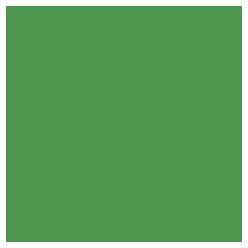
<source format=gbl>
G04*
G04 #@! TF.GenerationSoftware,Altium Limited,Altium Designer,21.4.1 (30)*
G04*
G04 Layer_Physical_Order=2*
G04 Layer_Color=16711680*
%FSAX44Y44*%
%MOMM*%
G71*
G04*
G04 #@! TF.SameCoordinates,FC3D4518-3266-49AB-992B-672722C8420D*
G04*
G04*
G04 #@! TF.FilePolarity,Positive*
G04*
G01*
G75*
G36*
X00200000Y00000063D02*
X00000898Y00000000D01*
X00000000Y00000898D01*
Y00200000D01*
X00200000D01*
Y00000063D01*
D02*
G37*
M02*

</source>
